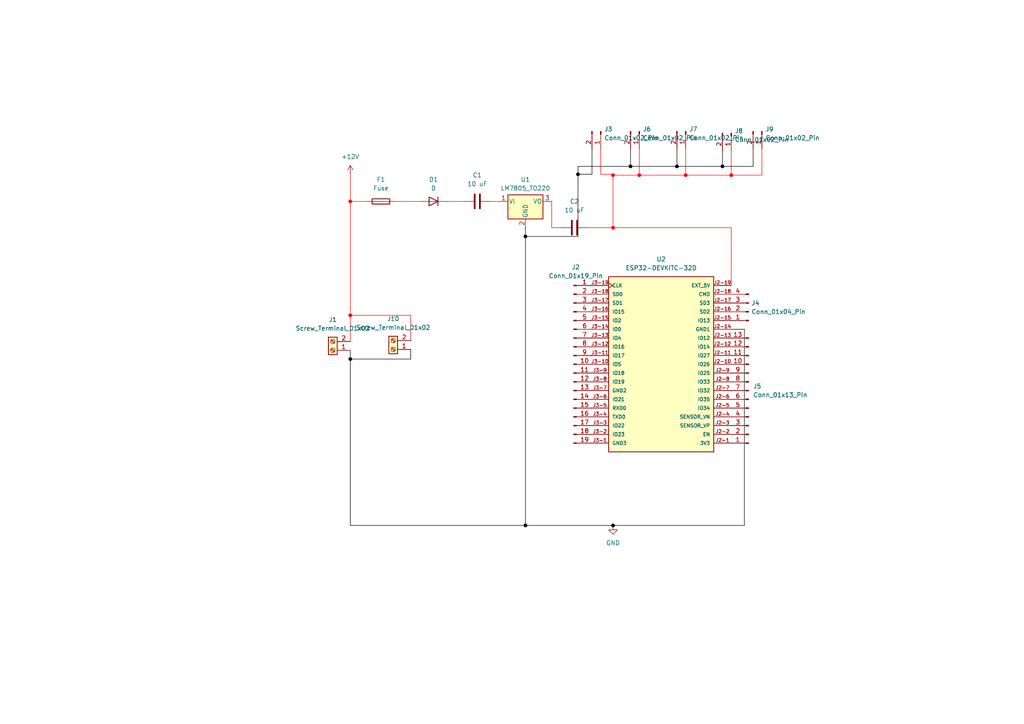
<source format=kicad_sch>
(kicad_sch (version 20231120) (generator "eeschema") (generator_version "8.0")
  (paper "A4")
  (lib_symbols
    (symbol "Connector:Conn_01x02_Pin" (pin_names (offset 1.016) hide)
      (property "Reference" "J" (at 0 2.54 0))
      (property "Value" "Conn_01x02_Pin" (at 0 -5.08 0))
      (symbol "Conn_01x02_Pin_1_1"
        (polyline (pts (xy 1.27 -2.54) (xy 0.8636 -2.54)) (stroke (width 0.1524)))
        (polyline (pts (xy 1.27 0) (xy 0.8636 0)) (stroke (width 0.1524)))
        (rectangle (start 0.8636 -2.413) (end 0 -2.667) (stroke (width 0.1524)) (fill (type outline)))
        (rectangle (start 0.8636 0.127) (end 0 -0.127) (stroke (width 0.1524)) (fill (type outline)))
        (pin passive line (at 5.08 0 180) (length 3.81) (name "Pin_1") (number "1"))
        (pin passive line (at 5.08 -2.54 180) (length 3.81) (name "Pin_2") (number "2"))
      )
    )
    (symbol "Connector:Conn_01x04_Pin" (pin_names (offset 1.016) hide)
      (property "Reference" "J" (at 0 5.08 0))
      (property "Value" "Conn_01x04_Pin" (at 0 -7.62 0))
      (symbol "Conn_01x04_Pin_1_1"
        (polyline (pts (xy 1.27 -5.08) (xy 0.8636 -5.08)) (stroke (width 0.1524)))
        (polyline (pts (xy 1.27 -2.54) (xy 0.8636 -2.54)) (stroke (width 0.1524)))
        (polyline (pts (xy 1.27 0) (xy 0.8636 0)) (stroke (width 0.1524)))
        (polyline (pts (xy 1.27 2.54) (xy 0.8636 2.54)) (stroke (width 0.1524)))
        (rectangle (start 0.8636 -4.953) (end 0 -5.207) (stroke (width 0.1524)) (fill (type outline)))
        (rectangle (start 0.8636 -2.413) (end 0 -2.667) (stroke (width 0.1524)) (fill (type outline)))
        (rectangle (start 0.8636 0.127) (end 0 -0.127) (stroke (width 0.1524)) (fill (type outline)))
        (rectangle (start 0.8636 2.667) (end 0 2.413) (stroke (width 0.1524)) (fill (type outline)))
        (pin passive line (at 5.08 2.54 180) (length 3.81) (name "Pin_1") (number "1"))
        (pin passive line (at 5.08 0 180) (length 3.81) (name "Pin_2") (number "2"))
        (pin passive line (at 5.08 -2.54 180) (length 3.81) (name "Pin_3") (number "3"))
        (pin passive line (at 5.08 -5.08 180) (length 3.81) (name "Pin_4") (number "4"))
      )
    )
    (symbol "Connector:Conn_01x13_Pin" (pin_names (offset 1.016) hide)
      (property "Reference" "J" (at 0 17.78 0))
      (property "Value" "Conn_01x13_Pin" (at 0 -17.78 0))
      (symbol "Conn_01x13_Pin_1_1"
        (polyline (pts (xy 1.27 -15.24) (xy 0.8636 -15.24)) (stroke (width 0.1524)))
        (polyline (pts (xy 1.27 -12.7) (xy 0.8636 -12.7)) (stroke (width 0.1524)))
        (polyline (pts (xy 1.27 -10.16) (xy 0.8636 -10.16)) (stroke (width 0.1524)))
        (polyline (pts (xy 1.27 -7.62) (xy 0.8636 -7.62)) (stroke (width 0.1524)))
        (polyline (pts (xy 1.27 -5.08) (xy 0.8636 -5.08)) (stroke (width 0.1524)))
        (polyline (pts (xy 1.27 -2.54) (xy 0.8636 -2.54)) (stroke (width 0.1524)))
        (polyline (pts (xy 1.27 0) (xy 0.8636 0)) (stroke (width 0.1524)))
        (polyline (pts (xy 1.27 2.54) (xy 0.8636 2.54)) (stroke (width 0.1524)))
        (polyline (pts (xy 1.27 5.08) (xy 0.8636 5.08)) (stroke (width 0.1524)))
        (polyline (pts (xy 1.27 7.62) (xy 0.8636 7.62)) (stroke (width 0.1524)))
        (polyline (pts (xy 1.27 10.16) (xy 0.8636 10.16)) (stroke (width 0.1524)))
        (polyline (pts (xy 1.27 12.7) (xy 0.8636 12.7)) (stroke (width 0.1524)))
        (polyline (pts (xy 1.27 15.24) (xy 0.8636 15.24)) (stroke (width 0.1524)))
        (rectangle (start 0.8636 -15.113) (end 0 -15.367) (stroke (width 0.1524)) (fill (type outline)))
        (rectangle (start 0.8636 -12.573) (end 0 -12.827) (stroke (width 0.1524)) (fill (type outline)))
        (rectangle (start 0.8636 -10.033) (end 0 -10.287) (stroke (width 0.1524)) (fill (type outline)))
        (rectangle (start 0.8636 -7.493) (end 0 -7.747) (stroke (width 0.1524)) (fill (type outline)))
        (rectangle (start 0.8636 -4.953) (end 0 -5.207) (stroke (width 0.1524)) (fill (type outline)))
        (rectangle (start 0.8636 -2.413) (end 0 -2.667) (stroke (width 0.1524)) (fill (type outline)))
        (rectangle (start 0.8636 0.127) (end 0 -0.127) (stroke (width 0.1524)) (fill (type outline)))
        (rectangle (start 0.8636 2.667) (end 0 2.413) (stroke (width 0.1524)) (fill (type outline)))
        (rectangle (start 0.8636 5.207) (end 0 4.953) (stroke (width 0.1524)) (fill (type outline)))
        (rectangle (start 0.8636 7.747) (end 0 7.493) (stroke (width 0.1524)) (fill (type outline)))
        (rectangle (start 0.8636 10.287) (end 0 10.033) (stroke (width 0.1524)) (fill (type outline)))
        (rectangle (start 0.8636 12.827) (end 0 12.573) (stroke (width 0.1524)) (fill (type outline)))
        (rectangle (start 0.8636 15.367) (end 0 15.113) (stroke (width 0.1524)) (fill (type outline)))
        (pin passive line (at 5.08 15.24 180) (length 3.81) (name "Pin_1") (number "1"))
        (pin passive line (at 5.08 -7.62 180) (length 3.81) (name "Pin_10") (number "10"))
        (pin passive line (at 5.08 -10.16 180) (length 3.81) (name "Pin_11") (number "11"))
        (pin passive line (at 5.08 -12.7 180) (length 3.81) (name "Pin_12") (number "12"))
        (pin passive line (at 5.08 -15.24 180) (length 3.81) (name "Pin_13") (number "13"))
        (pin passive line (at 5.08 12.7 180) (length 3.81) (name "Pin_2") (number "2"))
        (pin passive line (at 5.08 10.16 180) (length 3.81) (name "Pin_3") (number "3"))
        (pin passive line (at 5.08 7.62 180) (length 3.81) (name "Pin_4") (number "4"))
        (pin passive line (at 5.08 5.08 180) (length 3.81) (name "Pin_5") (number "5"))
        (pin passive line (at 5.08 2.54 180) (length 3.81) (name "Pin_6") (number "6"))
        (pin passive line (at 5.08 0 180) (length 3.81) (name "Pin_7") (number "7"))
        (pin passive line (at 5.08 -2.54 180) (length 3.81) (name "Pin_8") (number "8"))
        (pin passive line (at 5.08 -5.08 180) (length 3.81) (name "Pin_9") (number "9"))
      )
    )
    (symbol "Connector:Conn_01x19_Pin" (pin_names (offset 1.016) hide)
      (property "Reference" "J" (at 0 25.4 0))
      (property "Value" "Conn_01x19_Pin" (at 0 -25.4 0))
      (symbol "Conn_01x19_Pin_1_1"
        (polyline (pts (xy 1.27 -22.86) (xy 0.8636 -22.86)) (stroke (width 0.1524)))
        (polyline (pts (xy 1.27 -20.32) (xy 0.8636 -20.32)) (stroke (width 0.1524)))
        (polyline (pts (xy 1.27 -17.78) (xy 0.8636 -17.78)) (stroke (width 0.1524)))
        (polyline (pts (xy 1.27 -15.24) (xy 0.8636 -15.24)) (stroke (width 0.1524)))
        (polyline (pts (xy 1.27 -12.7) (xy 0.8636 -12.7)) (stroke (width 0.1524)))
        (polyline (pts (xy 1.27 -10.16) (xy 0.8636 -10.16)) (stroke (width 0.1524)))
        (polyline (pts (xy 1.27 -7.62) (xy 0.8636 -7.62)) (stroke (width 0.1524)))
        (polyline (pts (xy 1.27 -5.08) (xy 0.8636 -5.08)) (stroke (width 0.1524)))
        (polyline (pts (xy 1.27 -2.54) (xy 0.8636 -2.54)) (stroke (width 0.1524)))
        (polyline (pts (xy 1.27 0) (xy 0.8636 0)) (stroke (width 0.1524)))
        (polyline (pts (xy 1.27 2.54) (xy 0.8636 2.54)) (stroke (width 0.1524)))
        (polyline (pts (xy 1.27 5.08) (xy 0.8636 5.08)) (stroke (width 0.1524)))
        (polyline (pts (xy 1.27 7.62) (xy 0.8636 7.62)) (stroke (width 0.1524)))
        (polyline (pts (xy 1.27 10.16) (xy 0.8636 10.16)) (stroke (width 0.1524)))
        (polyline (pts (xy 1.27 12.7) (xy 0.8636 12.7)) (stroke (width 0.1524)))
        (polyline (pts (xy 1.27 15.24) (xy 0.8636 15.24)) (stroke (width 0.1524)))
        (polyline (pts (xy 1.27 17.78) (xy 0.8636 17.78)) (stroke (width 0.1524)))
        (polyline (pts (xy 1.27 20.32) (xy 0.8636 20.32)) (stroke (width 0.1524)))
        (polyline (pts (xy 1.27 22.86) (xy 0.8636 22.86)) (stroke (width 0.1524)))
        (rectangle (start 0.8636 -22.733) (end 0 -22.987) (stroke (width 0.1524)) (fill (type outline)))
        (rectangle (start 0.8636 -20.193) (end 0 -20.447) (stroke (width 0.1524)) (fill (type outline)))
        (rectangle (start 0.8636 -17.653) (end 0 -17.907) (stroke (width 0.1524)) (fill (type outline)))
        (rectangle (start 0.8636 -15.113) (end 0 -15.367) (stroke (width 0.1524)) (fill (type outline)))
        (rectangle (start 0.8636 -12.573) (end 0 -12.827) (stroke (width 0.1524)) (fill (type outline)))
        (rectangle (start 0.8636 -10.033) (end 0 -10.287) (stroke (width 0.1524)) (fill (type outline)))
        (rectangle (start 0.8636 -7.493) (end 0 -7.747) (stroke (width 0.1524)) (fill (type outline)))
        (rectangle (start 0.8636 -4.953) (end 0 -5.207) (stroke (width 0.1524)) (fill (type outline)))
        (rectangle (start 0.8636 -2.413) (end 0 -2.667) (stroke (width 0.1524)) (fill (type outline)))
        (rectangle (start 0.8636 0.127) (end 0 -0.127) (stroke (width 0.1524)) (fill (type outline)))
        (rectangle (start 0.8636 2.667) (end 0 2.413) (stroke (width 0.1524)) (fill (type outline)))
        (rectangle (start 0.8636 5.207) (end 0 4.953) (stroke (width 0.1524)) (fill (type outline)))
        (rectangle (start 0.8636 7.747) (end 0 7.493) (stroke (width 0.1524)) (fill (type outline)))
        (rectangle (start 0.8636 10.287) (end 0 10.033) (stroke (width 0.1524)) (fill (type outline)))
        (rectangle (start 0.8636 12.827) (end 0 12.573) (stroke (width 0.1524)) (fill (type outline)))
        (rectangle (start 0.8636 15.367) (end 0 15.113) (stroke (width 0.1524)) (fill (type outline)))
        (rectangle (start 0.8636 17.907) (end 0 17.653) (stroke (width 0.1524)) (fill (type outline)))
        (rectangle (start 0.8636 20.447) (end 0 20.193) (stroke (width 0.1524)) (fill (type outline)))
        (rectangle (start 0.8636 22.987) (end 0 22.733) (stroke (width 0.1524)) (fill (type outline)))
        (pin passive line (at 5.08 22.86 180) (length 3.81) (name "Pin_1") (number "1"))
        (pin passive line (at 5.08 0 180) (length 3.81) (name "Pin_10") (number "10"))
        (pin passive line (at 5.08 -2.54 180) (length 3.81) (name "Pin_11") (number "11"))
        (pin passive line (at 5.08 -5.08 180) (length 3.81) (name "Pin_12") (number "12"))
        (pin passive line (at 5.08 -7.62 180) (length 3.81) (name "Pin_13") (number "13"))
        (pin passive line (at 5.08 -10.16 180) (length 3.81) (name "Pin_14") (number "14"))
        (pin passive line (at 5.08 -12.7 180) (length 3.81) (name "Pin_15") (number "15"))
        (pin passive line (at 5.08 -15.24 180) (length 3.81) (name "Pin_16") (number "16"))
        (pin passive line (at 5.08 -17.78 180) (length 3.81) (name "Pin_17") (number "17"))
        (pin passive line (at 5.08 -20.32 180) (length 3.81) (name "Pin_18") (number "18"))
        (pin passive line (at 5.08 -22.86 180) (length 3.81) (name "Pin_19") (number "19"))
        (pin passive line (at 5.08 20.32 180) (length 3.81) (name "Pin_2") (number "2"))
        (pin passive line (at 5.08 17.78 180) (length 3.81) (name "Pin_3") (number "3"))
        (pin passive line (at 5.08 15.24 180) (length 3.81) (name "Pin_4") (number "4"))
        (pin passive line (at 5.08 12.7 180) (length 3.81) (name "Pin_5") (number "5"))
        (pin passive line (at 5.08 10.16 180) (length 3.81) (name "Pin_6") (number "6"))
        (pin passive line (at 5.08 7.62 180) (length 3.81) (name "Pin_7") (number "7"))
        (pin passive line (at 5.08 5.08 180) (length 3.81) (name "Pin_8") (number "8"))
        (pin passive line (at 5.08 2.54 180) (length 3.81) (name "Pin_9") (number "9"))
      )
    )
    (symbol "Connector:Screw_Terminal_01x02" (pin_names (offset 1.016) hide)
      (property "Reference" "J" (at 0 2.54 0))
      (property "Value" "Screw_Terminal_01x02" (at 0 -5.08 0))
      (symbol "Screw_Terminal_01x02_1_1"
        (rectangle (start -1.27 1.27) (end 1.27 -3.81) (stroke (width 0.254)) (fill (type background)))
        (circle (center 0 -2.54) (radius 0.635) (stroke (width 0.1524)))
        (polyline (pts (xy -0.5334 -2.2098) (xy 0.3302 -3.048)) (stroke (width 0.1524)))
        (polyline (pts (xy -0.5334 0.3302) (xy 0.3302 -0.508)) (stroke (width 0.1524)))
        (polyline (pts (xy -0.3556 -2.032) (xy 0.508 -2.8702)) (stroke (width 0.1524)))
        (polyline (pts (xy -0.3556 0.508) (xy 0.508 -0.3302)) (stroke (width 0.1524)))
        (circle (center 0 0) (radius 0.635) (stroke (width 0.1524)))
        (pin passive line (at -5.08 0 0) (length 3.81) (name "Pin_1") (number "1"))
        (pin passive line (at -5.08 -2.54 0) (length 3.81) (name "Pin_2") (number "2"))
      )
    )
    (symbol "Device:C" (pin_numbers hide) (pin_names (offset 0.254))
      (property "Reference" "C" (at 0.635 2.54 0))
      (property "Value" "C" (at 0.635 -2.54 0))
      (symbol "C_0_1"
        (polyline (pts (xy -2.032 -0.762) (xy 2.032 -0.762)) (stroke (width 0.508)))
        (polyline (pts (xy -2.032 0.762) (xy 2.032 0.762)) (stroke (width 0.508)))
      )
      (symbol "C_1_1"
        (pin passive line (at 0 3.81 270) (length 2.794) (name "~") (number "1"))
        (pin passive line (at 0 -3.81 90) (length 2.794) (name "~") (number "2"))
      )
    )
    (symbol "Device:D" (pin_numbers hide) (pin_names (offset 1.016) hide)
      (property "Reference" "D" (at 0 2.54 0))
      (property "Value" "D" (at 0 -2.54 0))
      (symbol "D_0_1"
        (polyline (pts (xy -1.27 1.27) (xy -1.27 -1.27)) (stroke (width 0.254)))
        (polyline (pts (xy 1.27 0) (xy -1.27 0)))
        (polyline (pts (xy 1.27 1.27) (xy 1.27 -1.27) (xy -1.27 0) (xy 1.27 1.27)) (stroke (width 0.254)))
      )
      (symbol "D_1_1"
        (pin passive line (at -3.81 0 0) (length 2.54) (name "K") (number "1"))
        (pin passive line (at 3.81 0 180) (length 2.54) (name "A") (number "2"))
      )
    )
    (symbol "Device:Fuse" (pin_numbers hide) (pin_names (offset 0))
      (property "Reference" "F" (at 2.032 0 90))
      (property "Value" "Fuse" (at -1.905 0 90))
      (symbol "Fuse_0_1"
        (rectangle (start -0.762 -2.54) (end 0.762 2.54) (stroke (width 0.254)))
        (polyline (pts (xy 0 2.54) (xy 0 -2.54)))
      )
      (symbol "Fuse_1_1"
        (pin passive line (at 0 3.81 270) (length 1.27) (name "~") (number "1"))
        (pin passive line (at 0 -3.81 90) (length 1.27) (name "~") (number "2"))
      )
    )
    (symbol "ESP32-DEVKITC-32D:ESP32-DEVKITC-32D" (pin_names (offset 1.016))
      (property "Reference" "U" (at -15.2572 26.0643 0))
      (property "Value" "ESP32-DEVKITC-32D" (at -15.2563 -27.9698 0))
      (symbol "ESP32-DEVKITC-32D_0_0"
        (rectangle (start -15.24 -25.4) (end 15.24 25.4) (stroke (width 0.254)) (fill (type background)))
        (pin power_in line (at -20.32 22.86 0) (length 5.08) (name "3V3") (number "J2-1"))
        (pin bidirectional line (at -20.32 0 0) (length 5.08) (name "IO26") (number "J2-10"))
        (pin bidirectional line (at -20.32 -2.54 0) (length 5.08) (name "IO27") (number "J2-11"))
        (pin bidirectional line (at -20.32 -5.08 0) (length 5.08) (name "IO14") (number "J2-12"))
        (pin bidirectional line (at -20.32 -7.62 0) (length 5.08) (name "IO12") (number "J2-13"))
        (pin power_in line (at -20.32 -10.16 0) (length 5.08) (name "GND1") (number "J2-14"))
        (pin bidirectional line (at -20.32 -12.7 0) (length 5.08) (name "IO13") (number "J2-15"))
        (pin bidirectional line (at -20.32 -15.24 0) (length 5.08) (name "SD2") (number "J2-16"))
        (pin bidirectional line (at -20.32 -17.78 0) (length 5.08) (name "SD3") (number "J2-17"))
        (pin bidirectional line (at -20.32 -20.32 0) (length 5.08) (name "CMD") (number "J2-18"))
        (pin power_in line (at -20.32 -22.86 0) (length 5.08) (name "EXT_5V") (number "J2-19"))
        (pin input line (at -20.32 20.32 0) (length 5.08) (name "EN") (number "J2-2"))
        (pin input line (at -20.32 17.78 0) (length 5.08) (name "SENSOR_VP") (number "J2-3"))
        (pin input line (at -20.32 15.24 0) (length 5.08) (name "SENSOR_VN") (number "J2-4"))
        (pin bidirectional line (at -20.32 12.7 0) (length 5.08) (name "IO34") (number "J2-5"))
        (pin bidirectional line (at -20.32 10.16 0) (length 5.08) (name "IO35") (number "J2-6"))
        (pin bidirectional line (at -20.32 7.62 0) (length 5.08) (name "IO32") (number "J2-7"))
        (pin bidirectional line (at -20.32 5.08 0) (length 5.08) (name "IO33") (number "J2-8"))
        (pin bidirectional line (at -20.32 2.54 0) (length 5.08) (name "IO25") (number "J2-9"))
        (pin power_in line (at 20.32 22.86 180) (length 5.08) (name "GND3") (number "J3-1"))
        (pin bidirectional line (at 20.32 0 180) (length 5.08) (name "IO5") (number "J3-10"))
        (pin bidirectional line (at 20.32 -2.54 180) (length 5.08) (name "IO17") (number "J3-11"))
        (pin bidirectional line (at 20.32 -5.08 180) (length 5.08) (name "IO16") (number "J3-12"))
        (pin bidirectional line (at 20.32 -7.62 180) (length 5.08) (name "IO4") (number "J3-13"))
        (pin bidirectional line (at 20.32 -10.16 180) (length 5.08) (name "IO0") (number "J3-14"))
        (pin bidirectional line (at 20.32 -12.7 180) (length 5.08) (name "IO2") (number "J3-15"))
        (pin bidirectional line (at 20.32 -15.24 180) (length 5.08) (name "IO15") (number "J3-16"))
        (pin bidirectional line (at 20.32 -17.78 180) (length 5.08) (name "SD1") (number "J3-17"))
        (pin bidirectional line (at 20.32 -20.32 180) (length 5.08) (name "SD0") (number "J3-18"))
        (pin input clock (at 20.32 -22.86 180) (length 5.08) (name "CLK") (number "J3-19"))
        (pin bidirectional line (at 20.32 20.32 180) (length 5.08) (name "IO23") (number "J3-2"))
        (pin bidirectional line (at 20.32 17.78 180) (length 5.08) (name "IO22") (number "J3-3"))
        (pin output line (at 20.32 15.24 180) (length 5.08) (name "TXD0") (number "J3-4"))
        (pin input line (at 20.32 12.7 180) (length 5.08) (name "RXD0") (number "J3-5"))
        (pin bidirectional line (at 20.32 10.16 180) (length 5.08) (name "IO21") (number "J3-6"))
        (pin power_in line (at 20.32 7.62 180) (length 5.08) (name "GND2") (number "J3-7"))
        (pin bidirectional line (at 20.32 5.08 180) (length 5.08) (name "IO19") (number "J3-8"))
        (pin bidirectional line (at 20.32 2.54 180) (length 5.08) (name "IO18") (number "J3-9"))
      )
    )
    (symbol "Regulator_Linear:LM7805_TO220" (pin_names (offset 0.254))
      (property "Reference" "U" (at -3.81 3.175 0))
      (property "Value" "LM7805_TO220" (at 0 3.175 0))
      (symbol "LM7805_TO220_0_1"
        (rectangle (start -5.08 1.905) (end 5.08 -5.08) (stroke (width 0.254)) (fill (type background)))
      )
      (symbol "LM7805_TO220_1_1"
        (pin power_in line (at -7.62 0 0) (length 2.54) (name "VI") (number "1"))
        (pin power_in line (at 0 -7.62 90) (length 2.54) (name "GND") (number "2"))
        (pin power_out line (at 7.62 0 180) (length 2.54) (name "VO") (number "3"))
      )
    )
    (symbol "power:+12V" (power) (pin_numbers hide) (pin_names (offset 0) hide)
      (property "Value" "+12V" (at 0 3.556 0))
      (symbol "+12V_0_1"
        (polyline (pts (xy -0.762 1.27) (xy 0 2.54)))
        (polyline (pts (xy 0 0) (xy 0 2.54)))
        (polyline (pts (xy 0 2.54) (xy 0.762 1.27)))
      )
      (symbol "+12V_1_1"
        (pin power_in line (at 0 0 90) (length 0) (name "~") (number "1"))
      )
    )
    (symbol "power:GND" (power) (pin_numbers hide) (pin_names (offset 0) hide)
      (property "Value" "GND" (at 0 -3.81 0))
      (symbol "GND_0_1"
        (polyline (pts (xy 0 0) (xy 0 -1.27) (xy 1.27 -1.27) (xy 0 -2.54) (xy -1.27 -1.27) (xy 0 -1.27)))
      )
      (symbol "GND_1_1"
        (pin power_in line (at 0 0 270) (length 0) (name "~") (number "1"))
      )
    )
  )
  (junction (at 101.6 104.14) (color 0 0 0 1))
  (junction (at 196.342 48.26) (color 0 0 0 1))
  (junction (at 167.64 50.546) (color 0 0 0 1))
  (junction (at 198.882 50.8) (color 255 0 0 1))
  (junction (at 152.4 152.4) (color 0 0 0 1))
  (junction (at 101.6 58.42) (color 255 0 0 1))
  (junction (at 185.42 50.8) (color 255 0 0 1))
  (junction (at 101.6 91.44) (color 255 0 0 1))
  (junction (at 212.09 50.8) (color 255 0 0 1))
  (junction (at 177.8 66.04) (color 255 0 0 1))
  (junction (at 177.8 152.4) (color 0 0 0 1))
  (junction (at 177.8 50.8) (color 255 0 0 1))
  (junction (at 152.4 68.58) (color 0 0 0 1))
  (junction (at 209.55 48.26) (color 0 0 0 1))
  (junction (at 182.88 48.26) (color 0 0 0 1))
  (wire (pts (xy 170.434 66.04) (xy 177.8 66.04)) (stroke (width 0) (color 255 0 0 1)))
  (wire (pts (xy 177.8 50.546) (xy 177.8 50.8)) (stroke (width 0) (color 255 0 0 1)))
  (wire (pts (xy 209.55 48.26) (xy 218.44 48.26)) (stroke (width 0) (color 0 0 0 1)))
  (wire (pts (xy 196.342 43.18) (xy 196.342 48.26)) (stroke (width 0) (color 0 0 0 1)))
  (wire (pts (xy 119.126 91.44) (xy 119.126 98.806)) (stroke (width 0) (color 255 0 0 1)))
  (wire (pts (xy 198.882 50.8) (xy 212.09 50.8)) (stroke (width 0) (color 255 0 0 1)))
  (wire (pts (xy 177.8 152.4) (xy 215.9 152.4)) (stroke (width 0) (color 0 0 0 1)))
  (wire (pts (xy 101.6 152.4) (xy 152.4 152.4)) (stroke (width 0) (color 0 0 0 1)))
  (wire (pts (xy 101.6 91.44) (xy 119.126 91.44)) (stroke (width 0) (color 255 0 0 1)))
  (wire (pts (xy 220.98 43.18) (xy 220.98 50.8)) (stroke (width 0) (color 255 0 0 1)))
  (wire (pts (xy 101.6 50.546) (xy 101.6 58.42)) (stroke (width 0) (color 255 0 0 1)))
  (wire (pts (xy 215.9 95.504) (xy 215.9 152.4)) (stroke (width 0) (color 0 0 0 1)))
  (wire (pts (xy 174.244 43.18) (xy 174.244 50.546)) (stroke (width 0) (color 255 0 0 1)))
  (wire (pts (xy 160.02 66.04) (xy 160.02 58.42)) (stroke (width 0) (color 255 0 0 1)))
  (wire (pts (xy 167.64 50.546) (xy 171.704 50.546)) (stroke (width 0) (color 0 0 0 1)))
  (wire (pts (xy 101.6 104.14) (xy 119.126 104.14)) (stroke (width 0) (color 0 0 0 1)))
  (wire (pts (xy 177.8 50.8) (xy 177.8 66.04)) (stroke (width 0) (color 255 0 0 1)))
  (wire (pts (xy 185.42 50.8) (xy 198.882 50.8)) (stroke (width 0) (color 255 0 0 1)))
  (wire (pts (xy 196.342 48.26) (xy 209.55 48.26)) (stroke (width 0) (color 0 0 0 1)))
  (wire (pts (xy 119.126 101.346) (xy 119.126 104.14)) (stroke (width 0) (color 0 0 0 1)))
  (wire (pts (xy 101.6 58.42) (xy 106.68 58.42)) (stroke (width 0) (color 255 0 0 1)))
  (wire (pts (xy 152.4 66.04) (xy 152.4 68.58)) (stroke (width 0) (color 0 0 0 1)))
  (wire (pts (xy 101.6 104.14) (xy 101.6 152.4)) (stroke (width 0) (color 0 0 0 1)))
  (wire (pts (xy 152.4 68.58) (xy 167.64 68.58)) (stroke (width 0) (color 0 0 0 1)))
  (wire (pts (xy 218.44 43.18) (xy 218.44 48.26)) (stroke (width 0) (color 0 0 0 1)))
  (wire (pts (xy 177.8 50.8) (xy 185.42 50.8)) (stroke (width 0) (color 255 0 0 1)))
  (wire (pts (xy 114.3 58.42) (xy 121.92 58.42)) (stroke (width 0) (color 255 0 0 1)))
  (wire (pts (xy 177.8 66.04) (xy 212.09 66.04)) (stroke (width 0) (color 255 0 0 1)))
  (wire (pts (xy 212.09 43.688) (xy 212.09 50.8)) (stroke (width 0) (color 255 0 0 1)))
  (wire (pts (xy 129.54 58.42) (xy 134.62 58.42)) (stroke (width 0) (color 255 0 0 1)))
  (wire (pts (xy 160.02 66.04) (xy 162.814 66.04)) (stroke (width 0) (color 255 0 0 1)))
  (wire (pts (xy 198.882 43.18) (xy 198.882 50.8)) (stroke (width 0) (color 255 0 0 1)))
  (wire (pts (xy 167.64 48.26) (xy 167.64 50.546)) (stroke (width 0) (color 0 0 0 1)))
  (wire (pts (xy 167.64 50.546) (xy 167.64 68.58)) (stroke (width 0) (color 0 0 0 1)))
  (wire (pts (xy 174.244 50.546) (xy 177.8 50.546)) (stroke (width 0) (color 255 0 0 1)))
  (wire (pts (xy 101.6 58.42) (xy 101.6 91.44)) (stroke (width 0) (color 255 0 0 1)))
  (wire (pts (xy 167.64 48.26) (xy 182.88 48.26)) (stroke (width 0) (color 0 0 0 1)))
  (wire (pts (xy 101.6 101.6) (xy 101.6 104.14)) (stroke (width 0) (color 0 0 0 1)))
  (wire (pts (xy 152.4 152.4) (xy 177.8 152.4)) (stroke (width 0) (color 0 0 0 1)))
  (wire (pts (xy 182.88 43.18) (xy 182.88 48.26)) (stroke (width 0) (color 0 0 0 1)))
  (wire (pts (xy 212.09 50.8) (xy 220.98 50.8)) (stroke (width 0) (color 255 0 0 1)))
  (wire (pts (xy 171.704 43.18) (xy 171.704 50.546)) (stroke (width 0) (color 0 0 0 1)))
  (wire (pts (xy 182.88 48.26) (xy 196.342 48.26)) (stroke (width 0) (color 0 0 0 1)))
  (wire (pts (xy 185.42 43.18) (xy 185.42 50.8)) (stroke (width 0) (color 255 0 0 1)))
  (wire (pts (xy 152.4 68.58) (xy 152.4 152.4)) (stroke (width 0) (color 0 0 0 1)))
  (wire (pts (xy 212.09 95.504) (xy 215.9 95.504)) (stroke (width 0) (color 0 0 0 1)))
  (wire (pts (xy 142.24 58.42) (xy 144.78 58.42)) (stroke (width 0) (color 255 0 0 1)))
  (wire (pts (xy 212.09 66.04) (xy 212.09 82.804)) (stroke (width 0) (color 255 0 0 1)))
  (wire (pts (xy 101.6 91.44) (xy 101.6 99.06)) (stroke (width 0) (color 255 0 0 1)))
  (wire (pts (xy 209.55 43.688) (xy 209.55 48.26)) (stroke (width 0) (color 0 0 0 1)))
  (symbol (lib_id "Connector:Conn_01x02_Pin") (at 212.09 38.608 270) (unit 1)
    (property "Reference" "J8" (at 213.106 37.9729 90) (effects (justify left)))
    (property "Value" "Conn_01x02_Pin" (at 213.106 40.5129 90) (effects (justify left)))
    (property "Footprint" "Connector_PinHeader_1.00mm:PinHeader_1x02_P1.00mm_Vertical" (effects (hide yes)))
    (property "Description" "Generic connector, single row, 01x02, script generated" (effects (hide yes)))
  )
  (symbol (lib_id "Connector:Screw_Terminal_01x02") (at 114.046 101.346 180) (unit 1)
    (property "Reference" "J10" (at 114.046 92.456 0))
    (property "Value" "Screw_Terminal_01x02" (at 114.046 94.996 0))
    (property "Footprint" "TerminalBlock_Phoenix:TerminalBlock_Phoenix_MKDS-1,5-2-5.08_1x02_P5.08mm_Horizontal" (effects (hide yes)))
    (property "Description" "Generic screw terminal, single row, 01x02, script generated (kicad-library-utils/schlib/autogen/connector/)" (effects (hide yes)))
  )
  (symbol (lib_id "Connector:Conn_01x04_Pin") (at 217.17 90.424 180) (unit 1)
    (property "Reference" "J4" (at 217.932 87.8839 0) (effects (justify right)))
    (property "Value" "Conn_01x04_Pin" (at 217.932 90.4239 0) (effects (justify right)))
    (property "Footprint" "Connector_PinHeader_1.00mm:PinHeader_1x04_P1.00mm_Vertical" (effects (hide yes)))
    (property "Description" "Generic connector, single row, 01x04, script generated" (effects (hide yes)))
  )
  (symbol (lib_id "Connector:Conn_01x13_Pin") (at 217.17 113.284 180) (unit 1)
    (property "Reference" "J5" (at 218.44 112.0139 0) (effects (justify right)))
    (property "Value" "Conn_01x13_Pin" (at 218.44 114.5539 0) (effects (justify right)))
    (property "Footprint" "Connector_PinHeader_1.00mm:PinHeader_1x13_P1.00mm_Vertical" (effects (hide yes)))
    (property "Description" "Generic connector, single row, 01x13, script generated" (effects (hide yes)))
  )
  (symbol (lib_id "Connector:Screw_Terminal_01x02") (at 96.52 101.6 180) (unit 1)
    (property "Reference" "J1" (at 96.52 92.71 0))
    (property "Value" "Screw_Terminal_01x02" (at 96.52 95.25 0))
    (property "Footprint" "TerminalBlock_Phoenix:TerminalBlock_Phoenix_MKDS-1,5-2-5.08_1x02_P5.08mm_Horizontal" (effects (hide yes)))
    (property "Description" "Generic screw terminal, single row, 01x02, script generated (kicad-library-utils/schlib/autogen/connector/)" (effects (hide yes)))
  )
  (symbol (lib_id "power:+12V") (at 101.6 50.546 0) (unit 1)
    (property "Reference" "#PWR01" (effects (hide yes)))
    (property "Value" "+12V" (at 101.6 45.466 0))
    (property "Description" "Power symbol creates a global label with name \"+12V\"" (effects (hide yes)))
  )
  (symbol (lib_id "Connector:Conn_01x19_Pin") (at 166.37 105.664 0) (unit 1)
    (property "Reference" "J2" (at 167.005 77.47 0))
    (property "Value" "Conn_01x19_Pin" (at 167.005 80.01 0))
    (property "Footprint" "Connector_PinHeader_1.00mm:PinHeader_1x19_P1.00mm_Vertical" (effects (hide yes)))
    (property "Description" "Generic connector, single row, 01x19, script generated" (effects (hide yes)))
  )
  (symbol (lib_id "Connector:Conn_01x02_Pin") (at 198.882 38.1 270) (unit 1)
    (property "Reference" "J7" (at 199.898 37.4649 90) (effects (justify left)))
    (property "Value" "Conn_01x02_Pin" (at 199.898 40.0049 90) (effects (justify left)))
    (property "Footprint" "Connector_PinHeader_1.00mm:PinHeader_1x02_P1.00mm_Vertical" (effects (hide yes)))
    (property "Description" "Generic connector, single row, 01x02, script generated" (effects (hide yes)))
  )
  (symbol (lib_id "ESP32-DEVKITC-32D:ESP32-DEVKITC-32D") (at 191.77 105.664 180) (unit 1)
    (property "Reference" "U2" (at 191.77 75.184 0))
    (property "Value" "ESP32-DEVKITC-32D" (at 191.77 77.724 0))
    (property "Footprint" "ESP32-DEVKITC-32D:MODULE_ESP32-DEVKITC-32D" (effects (hide yes)))
    (property "MF" "Espressif Systems" (effects (hide yes)))
    (property "MAXIMUM_PACKAGE_HEIGHT" "N/A" (effects (hide yes)))
    (property "Package" "None" (effects (hide yes)))
    (property "Price" "None" (effects (hide yes)))
    (property "Check_prices" "https://www.snapeda.com/parts/ESP32-DEVKITC-32D/Espressif+Systems/view-part/?ref=eda" (effects (hide yes)))
    (property "STANDARD" "Manufacturer Recommendations" (effects (hide yes)))
    (property "PARTREV" "V4" (effects (hide yes)))
    (property "SnapEDA_Link" "https://www.snapeda.com/parts/ESP32-DEVKITC-32D/Espressif+Systems/view-part/?ref=snap" (effects (hide yes)))
    (property "MP" "ESP32-DEVKITC-32D" (effects (hide yes)))
    (property "Description_1" "\nWiFi Development Tools (802.11) ESP32 General Development Kit, ESP32-WROOM-32D on the board\n" (effects (hide yes)))
    (property "MANUFACTURER" "Espressif Systems" (effects (hide yes)))
    (property "Availability" "In Stock" (effects (hide yes)))
    (property "SNAPEDA_PN" "ESP32-DEVKITC-32D" (effects (hide yes)))
  )
  (symbol (lib_id "Regulator_Linear:LM7805_TO220") (at 152.4 58.42 0) (unit 1)
    (property "Reference" "U1" (at 152.4 52.07 0))
    (property "Value" "LM7805_TO220" (at 152.4 54.61 0))
    (property "Footprint" "Package_TO_SOT_THT:TO-220-3_Vertical" (effects (hide yes)))
    (property "Datasheet" "https://www.onsemi.cn/PowerSolutions/document/MC7800-D.PDF" (effects (hide yes)))
    (property "Description" "Positive 1A 35V Linear Regulator, Fixed Output 5V, TO-220" (effects (hide yes)))
  )
  (symbol (lib_id "Device:C") (at 166.624 66.04 90) (unit 1)
    (property "Reference" "C2" (at 166.624 58.42 90))
    (property "Value" "10 uF" (at 166.624 60.96 90))
    (property "Footprint" "Capacitor_THT:C_Axial_L3.8mm_D2.6mm_P7.50mm_Horizontal" (effects (hide yes)))
    (property "Description" "Unpolarized capacitor" (effects (hide yes)))
  )
  (symbol (lib_id "Device:D") (at 125.73 58.42 180) (unit 1)
    (property "Reference" "D1" (at 125.73 52.07 0))
    (property "Value" "D" (at 125.73 54.61 0))
    (property "Footprint" "Diode_THT:D_5KPW_P12.70mm_Horizontal" (effects (hide yes)))
    (property "Description" "Diode" (effects (hide yes)))
    (property "Sim.Device" "D" (effects (hide yes)))
    (property "Sim.Pins" "1=K 2=A" (effects (hide yes)))
  )
  (symbol (lib_id "Connector:Conn_01x02_Pin") (at 174.244 38.1 270) (unit 1)
    (property "Reference" "J3" (at 175.26 37.4649 90) (effects (justify left)))
    (property "Value" "Conn_01x02_Pin" (at 175.26 40.0049 90) (effects (justify left)))
    (property "Footprint" "Connector_PinHeader_1.00mm:PinHeader_1x02_P1.00mm_Vertical" (effects (hide yes)))
    (property "Description" "Generic connector, single row, 01x02, script generated" (effects (hide yes)))
  )
  (symbol (lib_id "power:GND") (at 177.8 152.4 0) (unit 1)
    (property "Reference" "#PWR02" (effects (hide yes)))
    (property "Value" "GND" (at 177.8 157.48 0))
    (property "Description" "Power symbol creates a global label with name \"GND\" , ground" (effects (hide yes)))
  )
  (symbol (lib_id "Connector:Conn_01x02_Pin") (at 185.42 38.1 270) (unit 1)
    (property "Reference" "J6" (at 186.436 37.4649 90) (effects (justify left)))
    (property "Value" "Conn_01x02_Pin" (at 186.436 40.0049 90) (effects (justify left)))
    (property "Footprint" "Connector_PinHeader_1.00mm:PinHeader_1x02_P1.00mm_Vertical" (effects (hide yes)))
    (property "Description" "Generic connector, single row, 01x02, script generated" (effects (hide yes)))
  )
  (symbol (lib_id "Device:C") (at 138.43 58.42 90) (unit 1)
    (property "Reference" "C1" (at 138.43 50.8 90))
    (property "Value" "10 uF" (at 138.43 53.34 90))
    (property "Footprint" "Capacitor_THT:C_Axial_L3.8mm_D2.6mm_P7.50mm_Horizontal" (effects (hide yes)))
    (property "Description" "Unpolarized capacitor" (effects (hide yes)))
  )
  (symbol (lib_id "Device:Fuse") (at 110.49 58.42 90) (unit 1)
    (property "Reference" "F1" (at 110.49 52.07 90))
    (property "Value" "Fuse" (at 110.49 54.61 90))
    (property "Footprint" "Fuse:Fuse_0603_1608Metric" (effects (hide yes)))
    (property "Description" "Fuse" (effects (hide yes)))
  )
  (symbol (lib_id "Connector:Conn_01x02_Pin") (at 220.98 38.1 270) (unit 1)
    (property "Reference" "J9" (at 221.996 37.4649 90) (effects (justify left)))
    (property "Value" "Conn_01x02_Pin" (at 221.996 40.0049 90) (effects (justify left)))
    (property "Footprint" "Connector_PinHeader_1.00mm:PinHeader_1x02_P1.00mm_Vertical" (effects (hide yes)))
    (property "Description" "Generic connector, single row, 01x02, script generated" (effects (hide yes)))
  )
)
</source>
